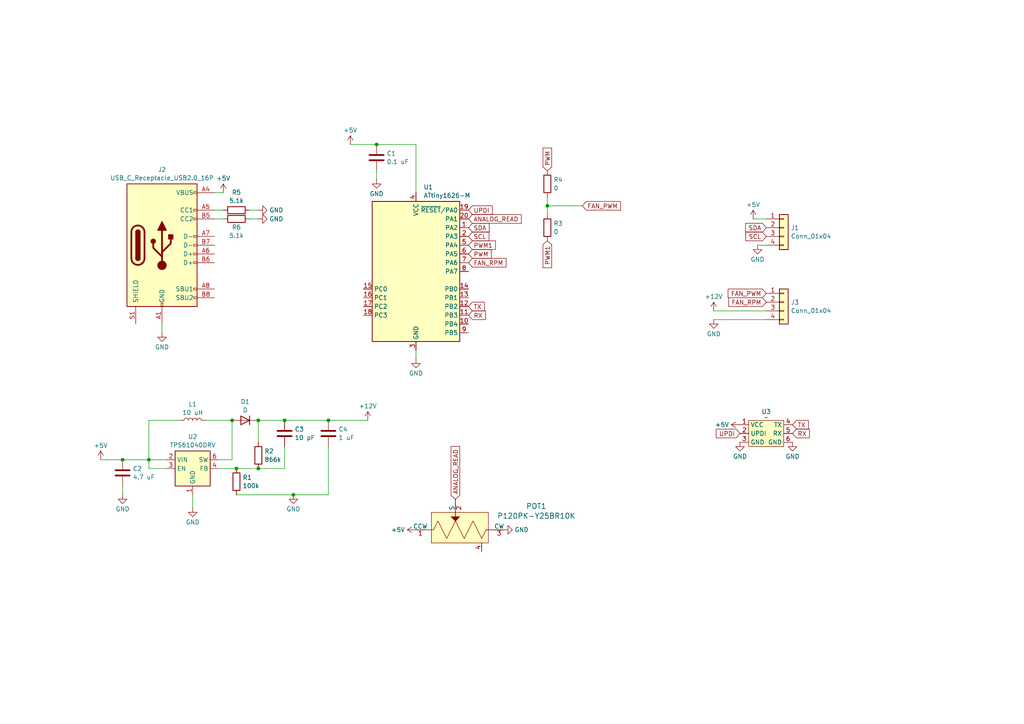
<source format=kicad_sch>
(kicad_sch (version 20231120) (generator "eeschema") (generator_version "8.0")
  (paper "A4")
  (lib_symbols
    (symbol "Connector:USB_C_Receptacle_USB2.0_16P" (pin_names (offset 1.016))
      (property "Reference" "J" (at 0 22.225 0))
      (property "Value" "USB_C_Receptacle_USB2.0_16P" (at 0 19.685 0))
      (symbol "USB_C_Receptacle_USB2.0_16P_0_0"
        (rectangle (start -0.254 -17.78) (end 0.254 -16.764))
        (rectangle (start 10.16 -14.986) (end 9.144 -15.494))
        (rectangle (start 10.16 -12.446) (end 9.144 -12.954))
        (rectangle (start 10.16 -4.826) (end 9.144 -5.334))
        (rectangle (start 10.16 -2.286) (end 9.144 -2.794))
        (rectangle (start 10.16 0.254) (end 9.144 -0.254))
        (rectangle (start 10.16 2.794) (end 9.144 2.286))
        (rectangle (start 10.16 7.874) (end 9.144 7.366))
        (rectangle (start 10.16 10.414) (end 9.144 9.906))
        (rectangle (start 10.16 15.494) (end 9.144 14.986))
      )
      (symbol "USB_C_Receptacle_USB2.0_16P_0_1"
        (rectangle (start -10.16 17.78) (end 10.16 -17.78) (stroke (width 0.254)) (fill (type background)))
        (arc (start -8.89 -3.81) (mid -6.985 -5.7067) (end -5.08 -3.81) (stroke (width 0.508)))
        (arc (start -7.62 -3.81) (mid -6.985 -4.4423) (end -6.35 -3.81) (stroke (width 0.254)))
        (arc (start -7.62 -3.81) (mid -6.985 -4.4423) (end -6.35 -3.81) (stroke (width 0.254)) (fill (type outline)))
        (rectangle (start -7.62 -3.81) (end -6.35 3.81) (stroke (width 0.254)) (fill (type outline)))
        (arc (start -6.35 3.81) (mid -6.985 4.4423) (end -7.62 3.81) (stroke (width 0.254)))
        (arc (start -6.35 3.81) (mid -6.985 4.4423) (end -7.62 3.81) (stroke (width 0.254)) (fill (type outline)))
        (arc (start -5.08 3.81) (mid -6.985 5.7067) (end -8.89 3.81) (stroke (width 0.508)))
        (circle (center -2.54 1.143) (radius 0.635) (stroke (width 0.254)) (fill (type outline)))
        (circle (center 0 -5.842) (radius 1.27) (fill (type outline)))
        (polyline (pts (xy -8.89 -3.81) (xy -8.89 3.81)) (stroke (width 0.508)))
        (polyline (pts (xy -5.08 3.81) (xy -5.08 -3.81)) (stroke (width 0.508)))
        (polyline (pts (xy 0 -5.842) (xy 0 4.318)) (stroke (width 0.508)))
        (polyline (pts (xy 0 -3.302) (xy -2.54 -0.762) (xy -2.54 0.508)) (stroke (width 0.508)))
        (polyline (pts (xy 0 -2.032) (xy 2.54 0.508) (xy 2.54 1.778)) (stroke (width 0.508)))
        (polyline (pts (xy -1.27 4.318) (xy 0 6.858) (xy 1.27 4.318) (xy -1.27 4.318)) (stroke (width 0.254)) (fill (type outline)))
        (rectangle (start 1.905 1.778) (end 3.175 3.048) (stroke (width 0.254)) (fill (type outline)))
      )
      (symbol "USB_C_Receptacle_USB2.0_16P_1_1"
        (pin passive line (at 0 -22.86 90) (length 5.08) (name "GND") (number "A1"))
        (pin passive line (at 0 -22.86 90) (length 5.08) hide (name "GND") (number "A12"))
        (pin passive line (at 15.24 15.24 180) (length 5.08) (name "VBUS") (number "A4"))
        (pin bidirectional line (at 15.24 10.16 180) (length 5.08) (name "CC1") (number "A5"))
        (pin bidirectional line (at 15.24 -2.54 180) (length 5.08) (name "D+") (number "A6"))
        (pin bidirectional line (at 15.24 2.54 180) (length 5.08) (name "D-") (number "A7"))
        (pin bidirectional line (at 15.24 -12.7 180) (length 5.08) (name "SBU1") (number "A8"))
        (pin passive line (at 15.24 15.24 180) (length 5.08) hide (name "VBUS") (number "A9"))
        (pin passive line (at 0 -22.86 90) (length 5.08) hide (name "GND") (number "B1"))
        (pin passive line (at 0 -22.86 90) (length 5.08) hide (name "GND") (number "B12"))
        (pin passive line (at 15.24 15.24 180) (length 5.08) hide (name "VBUS") (number "B4"))
        (pin bidirectional line (at 15.24 7.62 180) (length 5.08) (name "CC2") (number "B5"))
        (pin bidirectional line (at 15.24 -5.08 180) (length 5.08) (name "D+") (number "B6"))
        (pin bidirectional line (at 15.24 0 180) (length 5.08) (name "D-") (number "B7"))
        (pin bidirectional line (at 15.24 -15.24 180) (length 5.08) (name "SBU2") (number "B8"))
        (pin passive line (at 15.24 15.24 180) (length 5.08) hide (name "VBUS") (number "B9"))
        (pin passive line (at -7.62 -22.86 90) (length 5.08) (name "SHIELD") (number "S1"))
      )
    )
    (symbol "Connector_Generic:Conn_01x04" (pin_names (offset 1.016) hide)
      (property "Reference" "J" (at 0 5.08 0))
      (property "Value" "Conn_01x04" (at 0 -7.62 0))
      (symbol "Conn_01x04_1_1"
        (rectangle (start -1.27 -4.953) (end 0 -5.207) (stroke (width 0.1524)))
        (rectangle (start -1.27 -2.413) (end 0 -2.667) (stroke (width 0.1524)))
        (rectangle (start -1.27 0.127) (end 0 -0.127) (stroke (width 0.1524)))
        (rectangle (start -1.27 2.667) (end 0 2.413) (stroke (width 0.1524)))
        (rectangle (start -1.27 3.81) (end 1.27 -6.35) (stroke (width 0.254)) (fill (type background)))
        (pin passive line (at -5.08 2.54 0) (length 3.81) (name "Pin_1") (number "1"))
        (pin passive line (at -5.08 0 0) (length 3.81) (name "Pin_2") (number "2"))
        (pin passive line (at -5.08 -2.54 0) (length 3.81) (name "Pin_3") (number "3"))
        (pin passive line (at -5.08 -5.08 0) (length 3.81) (name "Pin_4") (number "4"))
      )
    )
    (symbol "Device:C" (pin_numbers hide) (pin_names (offset 0.254))
      (property "Reference" "C" (at 0.635 2.54 0))
      (property "Value" "C" (at 0.635 -2.54 0))
      (symbol "C_0_1"
        (polyline (pts (xy -2.032 -0.762) (xy 2.032 -0.762)) (stroke (width 0.508)))
        (polyline (pts (xy -2.032 0.762) (xy 2.032 0.762)) (stroke (width 0.508)))
      )
      (symbol "C_1_1"
        (pin passive line (at 0 3.81 270) (length 2.794) (name "~") (number "1"))
        (pin passive line (at 0 -3.81 90) (length 2.794) (name "~") (number "2"))
      )
    )
    (symbol "Device:D" (pin_numbers hide) (pin_names (offset 1.016) hide)
      (property "Reference" "D" (at 0 2.54 0))
      (property "Value" "D" (at 0 -2.54 0))
      (symbol "D_0_1"
        (polyline (pts (xy -1.27 1.27) (xy -1.27 -1.27)) (stroke (width 0.254)))
        (polyline (pts (xy 1.27 0) (xy -1.27 0)))
        (polyline (pts (xy 1.27 1.27) (xy 1.27 -1.27) (xy -1.27 0) (xy 1.27 1.27)) (stroke (width 0.254)))
      )
      (symbol "D_1_1"
        (pin passive line (at -3.81 0 0) (length 2.54) (name "K") (number "1"))
        (pin passive line (at 3.81 0 180) (length 2.54) (name "A") (number "2"))
      )
    )
    (symbol "Device:L" (pin_numbers hide) (pin_names (offset 1.016) hide)
      (property "Reference" "L" (at -1.27 0 90))
      (property "Value" "L" (at 1.905 0 90))
      (symbol "L_0_1"
        (arc (start 0 -2.54) (mid 0.6323 -1.905) (end 0 -1.27))
        (arc (start 0 -1.27) (mid 0.6323 -0.635) (end 0 0))
        (arc (start 0 0) (mid 0.6323 0.635) (end 0 1.27))
        (arc (start 0 1.27) (mid 0.6323 1.905) (end 0 2.54))
      )
      (symbol "L_1_1"
        (pin passive line (at 0 3.81 270) (length 1.27) (name "1") (number "1"))
        (pin passive line (at 0 -3.81 90) (length 1.27) (name "2") (number "2"))
      )
    )
    (symbol "Device:R" (pin_numbers hide) (pin_names (offset 0))
      (property "Reference" "R" (at 2.032 0 90))
      (property "Value" "R" (at 0 0 90))
      (symbol "R_0_1"
        (rectangle (start -1.016 -2.54) (end 1.016 2.54) (stroke (width 0.254)))
      )
      (symbol "R_1_1"
        (pin passive line (at 0 3.81 270) (length 1.27) (name "~") (number "1"))
        (pin passive line (at 0 -3.81 90) (length 1.27) (name "~") (number "2"))
      )
    )
    (symbol "MCU_Microchip_ATtiny:ATtiny1626-M"
      (property "Reference" "U" (at -12.7 21.59 0))
      (property "Value" "ATtiny1626-M" (at 2.54 -21.59 0))
      (symbol "ATtiny1626-M_0_1"
        (rectangle (start -12.7 -20.32) (end 12.7 20.32) (stroke (width 0.254)) (fill (type background)))
      )
      (symbol "ATtiny1626-M_1_1"
        (pin bidirectional line (at 15.24 12.7 180) (length 2.54) (name "PA2") (number "1"))
        (pin bidirectional line (at 15.24 -15.24 180) (length 2.54) (name "PB4") (number "10"))
        (pin bidirectional line (at 15.24 -12.7 180) (length 2.54) (name "PB3") (number "11"))
        (pin bidirectional line (at 15.24 -10.16 180) (length 2.54) (name "PB2") (number "12"))
        (pin bidirectional line (at 15.24 -7.62 180) (length 2.54) (name "PB1") (number "13"))
        (pin bidirectional line (at 15.24 -5.08 180) (length 2.54) (name "PB0") (number "14"))
        (pin bidirectional line (at -15.24 -5.08 0) (length 2.54) (name "PC0") (number "15"))
        (pin bidirectional line (at -15.24 -7.62 0) (length 2.54) (name "PC1") (number "16"))
        (pin bidirectional line (at -15.24 -10.16 0) (length 2.54) (name "PC2") (number "17"))
        (pin bidirectional line (at -15.24 -12.7 0) (length 2.54) (name "PC3") (number "18"))
        (pin bidirectional line (at 15.24 17.78 180) (length 2.54) (name "~{RESET}/PA0") (number "19"))
        (pin bidirectional line (at 15.24 10.16 180) (length 2.54) (name "PA3") (number "2"))
        (pin bidirectional line (at 15.24 15.24 180) (length 2.54) (name "PA1") (number "20"))
        (pin passive line (at 0 -22.86 90) (length 2.54) hide (name "GND") (number "21"))
        (pin power_in line (at 0 -22.86 90) (length 2.54) (name "GND") (number "3"))
        (pin power_in line (at 0 22.86 270) (length 2.54) (name "VCC") (number "4"))
        (pin bidirectional line (at 15.24 7.62 180) (length 2.54) (name "PA4") (number "5"))
        (pin bidirectional line (at 15.24 5.08 180) (length 2.54) (name "PA5") (number "6"))
        (pin bidirectional line (at 15.24 2.54 180) (length 2.54) (name "PA6") (number "7"))
        (pin bidirectional line (at 15.24 0 180) (length 2.54) (name "PA7") (number "8"))
        (pin bidirectional line (at 15.24 -17.78 180) (length 2.54) (name "PB5") (number "9"))
      )
    )
    (symbol "Regulator_Switching:TPS61040DRV"
      (property "Reference" "U" (at -5.08 6.35 0))
      (property "Value" "TPS61040DRV" (at 0 6.35 0))
      (symbol "TPS61040DRV_0_1"
        (rectangle (start -5.08 5.08) (end 5.08 -5.08) (stroke (width 0.254)) (fill (type background)))
      )
      (symbol "TPS61040DRV_1_1"
        (pin power_in line (at 0 -7.62 90) (length 2.54) (name "GND") (number "1"))
        (pin power_in line (at -7.62 2.54 0) (length 2.54) (name "VIN") (number "2"))
        (pin input line (at -7.62 0 0) (length 2.54) (name "EN") (number "3"))
        (pin input line (at 7.62 0 180) (length 2.54) (name "FB") (number "4"))
        (pin no_connect line (at 5.08 -2.54 180) (length 2.54) hide (name "NC") (number "5"))
        (pin power_out line (at 7.62 2.54 180) (length 2.54) (name "SW") (number "6"))
      )
    )
    (symbol "dk_Rotary-Potentiometers-Rheostats:P120PK-Y25BR10K" (pin_names (offset 0))
      (property "Reference" "POT" (at -1.905 6.35 0))
      (property "Value" "P120PK-Y25BR10K" (at 6.985 -5.08 0))
      (symbol "P120PK-Y25BR10K_0_1"
        (rectangle (start -6.985 5.08) (end 9.525 -3.81) (fill (type background)))
        (polyline (pts (xy -6.35 0) (xy -8.89 0)))
        (polyline (pts (xy 11.43 0) (xy 8.89 0)))
        (polyline (pts (xy -0.635 3.175) (xy -1.27 3.81) (xy 1.27 3.81) (xy 0 2.54)) (fill (type outline)))
        (polyline (pts (xy 0 2.54) (xy -0.635 3.175) (xy 0.635 3.175) (xy 0 2.54)))
        (polyline (pts (xy -6.3246 0.0254) (xy -5.0546 2.5654) (xy -2.5146 -2.5146) (xy -1.2446 0.0254) (xy 0.0254 2.5654) (xy 2.5654 -2.5146) (xy 5.1054 2.5654) (xy 7.6454 -2.5146) (xy 8.9154 0.0254) (xy 11.4554 0.0254)))
      )
      (symbol "P120PK-Y25BR10K_1_0"
        (pin unspecified line (at 7.62 -6.35 90) (length 2.54) (name "~") (number "4"))
      )
      (symbol "P120PK-Y25BR10K_1_1"
        (pin passive line (at -11.43 0 0) (length 2.54) (name "CCW") (number "1"))
        (pin passive line (at 0 8.89 270) (length 5.08) (name "S") (number "2"))
        (pin passive line (at 13.97 0 180) (length 2.54) (name "CW") (number "3"))
      )
    )
    (symbol "power:+12V" (power) (pin_numbers hide) (pin_names (offset 0) hide)
      (property "Value" "+12V" (at 0 3.556 0))
      (symbol "+12V_0_1"
        (polyline (pts (xy -0.762 1.27) (xy 0 2.54)))
        (polyline (pts (xy 0 0) (xy 0 2.54)))
        (polyline (pts (xy 0 2.54) (xy 0.762 1.27)))
      )
      (symbol "+12V_1_1"
        (pin power_in line (at 0 0 90) (length 0) (name "~") (number "1"))
      )
    )
    (symbol "power:+5V" (power) (pin_numbers hide) (pin_names (offset 0) hide)
      (property "Value" "+5V" (at 0 3.556 0))
      (symbol "+5V_0_1"
        (polyline (pts (xy -0.762 1.27) (xy 0 2.54)))
        (polyline (pts (xy 0 0) (xy 0 2.54)))
        (polyline (pts (xy 0 2.54) (xy 0.762 1.27)))
      )
      (symbol "+5V_1_1"
        (pin power_in line (at 0 0 90) (length 0) (name "~") (number "1"))
      )
    )
    (symbol "power:GND" (power) (pin_numbers hide) (pin_names (offset 0) hide)
      (property "Value" "GND" (at 0 -3.81 0))
      (symbol "GND_0_1"
        (polyline (pts (xy 0 0) (xy 0 -1.27) (xy 1.27 -1.27) (xy 0 -2.54) (xy -1.27 -1.27) (xy 0 -1.27)))
      )
      (symbol "GND_1_1"
        (pin power_in line (at 0 0 270) (length 0) (name "~") (number "1"))
      )
    )
    (symbol "unsurv_offline_pcb_symbols:testpoint_array_2x3"
      (property "Reference" "U" (at 0 5.842 0))
      (symbol "testpoint_array_2x3_1_1"
        (rectangle (start -5.08 3.81) (end 5.08 -3.81) (fill (type background)))
        (pin input line (at -7.62 2.54 0) (length 2.54) (name "VCC") (number "1"))
        (pin input line (at -7.62 0 0) (length 2.54) (name "UPDI") (number "2"))
        (pin input line (at -7.62 -2.54 0) (length 2.54) (name "GND") (number "3"))
        (pin input line (at 7.62 2.54 180) (length 2.54) (name "TX") (number "4"))
        (pin input line (at 7.62 0 180) (length 2.54) (name "RX") (number "5"))
        (pin input line (at 7.62 -2.54 180) (length 2.54) (name "GND") (number "6"))
      )
    )
  )
  (junction (at 68.58 135.89))
  (junction (at 74.93 135.89))
  (junction (at 74.93 121.92))
  (junction (at 95.25 121.92))
  (junction (at 109.22 41.91))
  (junction (at 82.55 121.92))
  (junction (at 43.18 133.35))
  (junction (at 35.56 133.35))
  (junction (at 158.75 59.69))
  (junction (at 85.09 143.51))
  (junction (at 67.31 121.92))
  (wire (pts (xy 67.31 121.92) (xy 59.69 121.92)))
  (wire (pts (xy 158.75 59.69) (xy 168.91 59.69)))
  (wire (pts (xy 74.93 121.92) (xy 82.55 121.92)))
  (wire (pts (xy 82.55 129.54) (xy 82.55 135.89)))
  (wire (pts (xy 35.56 140.97) (xy 35.56 143.51)))
  (wire (pts (xy 68.58 143.51) (xy 85.09 143.51)))
  (wire (pts (xy 29.21 133.35) (xy 35.56 133.35)))
  (wire (pts (xy 35.56 133.35) (xy 43.18 133.35)))
  (wire (pts (xy 109.22 41.91) (xy 120.65 41.91)))
  (wire (pts (xy 63.5 135.89) (xy 68.58 135.89)))
  (wire (pts (xy 43.18 135.89) (xy 43.18 133.35)))
  (wire (pts (xy 62.23 63.5) (xy 64.77 63.5)))
  (wire (pts (xy 43.18 133.35) (xy 48.26 133.35)))
  (wire (pts (xy 207.01 90.17) (xy 222.25 90.17)))
  (wire (pts (xy 109.22 49.53) (xy 109.22 52.07)))
  (wire (pts (xy 120.65 41.91) (xy 120.65 55.88)))
  (wire (pts (xy 48.26 135.89) (xy 43.18 135.89)))
  (wire (pts (xy 63.5 133.35) (xy 67.31 133.35)))
  (wire (pts (xy 62.23 60.96) (xy 64.77 60.96)))
  (wire (pts (xy 72.39 63.5) (xy 74.93 63.5)))
  (wire (pts (xy 43.18 133.35) (xy 43.18 121.92)))
  (wire (pts (xy 207.01 92.71) (xy 222.25 92.71)))
  (wire (pts (xy 62.23 55.88) (xy 64.77 55.88)))
  (wire (pts (xy 82.55 135.89) (xy 74.93 135.89)))
  (wire (pts (xy 72.39 60.96) (xy 74.93 60.96)))
  (wire (pts (xy 46.99 93.98) (xy 46.99 96.52)))
  (wire (pts (xy 218.44 63.5) (xy 222.25 63.5)))
  (wire (pts (xy 101.6 41.91) (xy 109.22 41.91)))
  (wire (pts (xy 74.93 121.92) (xy 74.93 128.27)))
  (wire (pts (xy 120.65 101.6) (xy 120.65 104.14)))
  (wire (pts (xy 67.31 133.35) (xy 67.31 121.92)))
  (wire (pts (xy 43.18 121.92) (xy 52.07 121.92)))
  (wire (pts (xy 158.75 57.15) (xy 158.75 59.69)))
  (wire (pts (xy 95.25 143.51) (xy 85.09 143.51)))
  (wire (pts (xy 68.58 135.89) (xy 74.93 135.89)))
  (wire (pts (xy 95.25 129.54) (xy 95.25 143.51)))
  (wire (pts (xy 55.88 143.51) (xy 55.88 147.32)))
  (wire (pts (xy 219.71 71.12) (xy 222.25 71.12)))
  (wire (pts (xy 95.25 121.92) (xy 106.68 121.92)))
  (wire (pts (xy 158.75 59.69) (xy 158.75 62.23)))
  (wire (pts (xy 82.55 121.92) (xy 95.25 121.92)))
  (global_label "SCL" (shape input) (at 222.25 68.58 180) (property "Intersheetrefs" "${INTERSHEET_REFS}" (effects (hide yes))))
  (global_label "SCL" (shape input) (at 135.89 68.58 0) (property "Intersheetrefs" "${INTERSHEET_REFS}" (effects (hide yes))))
  (global_label "TX" (shape input) (at 135.89 88.9 0) (property "Intersheetrefs" "${INTERSHEET_REFS}" (effects (hide yes))))
  (global_label "PWM1" (shape input) (at 135.89 71.12 0) (property "Intersheetrefs" "${INTERSHEET_REFS}" (effects (hide yes))))
  (global_label "FAN_RPM" (shape input) (at 222.25 87.63 180) (property "Intersheetrefs" "${INTERSHEET_REFS}" (effects (hide yes))))
  (global_label "UPDI" (shape input) (at 135.89 60.96 0) (property "Intersheetrefs" "${INTERSHEET_REFS}" (effects (hide yes))))
  (global_label "ANALOG_READ" (shape input) (at 132.08 144.78 90) (property "Intersheetrefs" "${INTERSHEET_REFS}" (effects (hide yes))))
  (global_label "RX" (shape input) (at 135.89 91.44 0) (property "Intersheetrefs" "${INTERSHEET_REFS}" (effects (hide yes))))
  (global_label "TX" (shape input) (at 229.87 123.19 0) (property "Intersheetrefs" "${INTERSHEET_REFS}" (effects (hide yes))))
  (global_label "FAN_PWM" (shape input) (at 222.25 85.09 180) (property "Intersheetrefs" "${INTERSHEET_REFS}" (effects (hide yes))))
  (global_label "FAN_PWM" (shape input) (at 168.91 59.69 0) (property "Intersheetrefs" "${INTERSHEET_REFS}" (effects (hide yes))))
  (global_label "SDA" (shape input) (at 135.89 66.04 0) (property "Intersheetrefs" "${INTERSHEET_REFS}" (effects (hide yes))))
  (global_label "PWM" (shape input) (at 135.89 73.66 0) (property "Intersheetrefs" "${INTERSHEET_REFS}" (effects (hide yes))))
  (global_label "UPDI" (shape input) (at 214.63 125.73 180) (property "Intersheetrefs" "${INTERSHEET_REFS}" (effects (hide yes))))
  (global_label "PWM" (shape input) (at 158.75 49.53 90) (property "Intersheetrefs" "${INTERSHEET_REFS}" (effects (hide yes))))
  (global_label "PWM1" (shape input) (at 158.75 69.85 270) (property "Intersheetrefs" "${INTERSHEET_REFS}" (effects (hide yes))))
  (global_label "SDA" (shape input) (at 222.25 66.04 180) (property "Intersheetrefs" "${INTERSHEET_REFS}" (effects (hide yes))))
  (global_label "ANALOG_READ" (shape input) (at 135.89 63.5 0) (property "Intersheetrefs" "${INTERSHEET_REFS}" (effects (hide yes))))
  (global_label "FAN_RPM" (shape input) (at 135.89 76.2 0) (property "Intersheetrefs" "${INTERSHEET_REFS}" (effects (hide yes))))
  (global_label "RX" (shape input) (at 229.87 125.73 0) (property "Intersheetrefs" "${INTERSHEET_REFS}" (effects (hide yes))))
  (symbol (lib_id "power:GND") (at 46.99 96.52 0) (unit 1)
    (property "Reference" "#PWR010" (effects (hide yes)))
    (property "Value" "GND" (at 46.99 100.6531 0))
    (property "Description" "Power symbol creates a global label with name \"GND\" , ground" (effects (hide yes)))
  )
  (symbol (lib_id "power:+12V") (at 207.01 90.17 0) (unit 1)
    (property "Reference" "#PWR015" (effects (hide yes)))
    (property "Value" "+12V" (at 207.01 86.0369 0))
    (property "Description" "Power symbol creates a global label with name \"+12V\"" (effects (hide yes)))
  )
  (symbol (lib_id "Device:C") (at 109.22 45.72 0) (unit 1)
    (property "Reference" "C1" (at 112.141 44.5078 0) (effects (justify left)))
    (property "Value" "0.1 uF" (at 112.141 46.9321 0) (effects (justify left)))
    (property "Footprint" "Capacitor_SMD:C_0603_1608Metric" (effects (hide yes)))
    (property "Description" "Unpolarized capacitor" (effects (hide yes)))
  )
  (symbol (lib_id "power:GND") (at 219.71 71.12 0) (unit 1)
    (property "Reference" "#PWR020" (effects (hide yes)))
    (property "Value" "GND" (at 219.71 75.2531 0))
    (property "Description" "Power symbol creates a global label with name \"GND\" , ground" (effects (hide yes)))
  )
  (symbol (lib_id "power:+5V") (at 64.77 55.88 0) (unit 1)
    (property "Reference" "#PWR021" (effects (hide yes)))
    (property "Value" "+5V" (at 64.77 51.7469 0))
    (property "Description" "Power symbol creates a global label with name \"+5V\"" (effects (hide yes)))
  )
  (symbol (lib_id "power:GND") (at 55.88 147.32 0) (unit 1)
    (property "Reference" "#PWR05" (effects (hide yes)))
    (property "Value" "GND" (at 55.88 151.4531 0))
    (property "Description" "Power symbol creates a global label with name \"GND\" , ground" (effects (hide yes)))
  )
  (symbol (lib_id "Device:R") (at 158.75 53.34 180) (unit 1)
    (property "Reference" "R4" (at 160.528 52.1278 0) (effects (justify right)))
    (property "Value" "0" (at 160.528 54.5521 0) (effects (justify right)))
    (property "Footprint" "Resistor_SMD:R_0603_1608Metric" (effects (hide yes)))
    (property "Description" "Resistor" (effects (hide yes)))
  )
  (symbol (lib_id "power:GND") (at 35.56 143.51 0) (unit 1)
    (property "Reference" "#PWR016" (effects (hide yes)))
    (property "Value" "GND" (at 35.56 147.6431 0))
    (property "Description" "Power symbol creates a global label with name \"GND\" , ground" (effects (hide yes)))
  )
  (symbol (lib_id "power:+5V") (at 120.65 153.67 90) (unit 1)
    (property "Reference" "#PWR012" (effects (hide yes)))
    (property "Value" "+5V" (at 117.4751 153.67 90) (effects (justify left)))
    (property "Description" "Power symbol creates a global label with name \"+5V\"" (effects (hide yes)))
  )
  (symbol (lib_id "power:+12V") (at 106.68 121.92 0) (unit 1)
    (property "Reference" "#PWR018" (effects (hide yes)))
    (property "Value" "+12V" (at 106.68 117.7869 0))
    (property "Description" "Power symbol creates a global label with name \"+12V\"" (effects (hide yes)))
  )
  (symbol (lib_id "power:GND") (at 109.22 52.07 0) (unit 1)
    (property "Reference" "#PWR01" (effects (hide yes)))
    (property "Value" "GND" (at 109.22 56.2031 0))
    (property "Description" "Power symbol creates a global label with name \"GND\" , ground" (effects (hide yes)))
  )
  (symbol (lib_id "power:GND") (at 74.93 63.5 90) (unit 1)
    (property "Reference" "#PWR014" (effects (hide yes)))
    (property "Value" "GND" (at 78.105 63.5 90) (effects (justify right)))
    (property "Description" "Power symbol creates a global label with name \"GND\" , ground" (effects (hide yes)))
  )
  (symbol (lib_id "Connector:USB_C_Receptacle_USB2.0_16P") (at 46.99 71.12 0) (unit 1)
    (property "Reference" "J2" (at 46.99 49.1955 0))
    (property "Value" "USB_C_Receptacle_USB2.0_16P" (at 46.99 51.6198 0))
    (property "Footprint" "Connector_USB:USB_C_Receptacle_GCT_USB4110" (effects (hide yes)))
    (property "Datasheet" "https://www.usb.org/sites/default/files/documents/usb_type-c.zip" (effects (hide yes)))
    (property "Description" "USB 2.0-only 16P Type-C Receptacle connector" (effects (hide yes)))
  )
  (symbol (lib_id "power:+5V") (at 214.63 123.19 90) (unit 1)
    (property "Reference" "#PWR019" (effects (hide yes)))
    (property "Value" "+5V" (at 211.4551 123.19 90) (effects (justify left)))
    (property "Description" "Power symbol creates a global label with name \"+5V\"" (effects (hide yes)))
  )
  (symbol (lib_id "power:+5V") (at 29.21 133.35 0) (unit 1)
    (property "Reference" "#PWR02" (effects (hide yes)))
    (property "Value" "+5V" (at 29.21 129.2169 0))
    (property "Description" "Power symbol creates a global label with name \"+5V\"" (effects (hide yes)))
  )
  (symbol (lib_id "power:GND") (at 229.87 128.27 0) (unit 1)
    (property "Reference" "#PWR023" (effects (hide yes)))
    (property "Value" "GND" (at 229.87 132.4031 0))
    (property "Description" "Power symbol creates a global label with name \"GND\" , ground" (effects (hide yes)))
  )
  (symbol (lib_id "power:GND") (at 85.09 143.51 0) (unit 1)
    (property "Reference" "#PWR017" (effects (hide yes)))
    (property "Value" "GND" (at 85.09 147.6431 0))
    (property "Description" "Power symbol creates a global label with name \"GND\" , ground" (effects (hide yes)))
  )
  (symbol (lib_id "power:GND") (at 120.65 104.14 0) (unit 1)
    (property "Reference" "#PWR03" (effects (hide yes)))
    (property "Value" "GND" (at 120.65 108.2731 0))
    (property "Description" "Power symbol creates a global label with name \"GND\" , ground" (effects (hide yes)))
  )
  (symbol (lib_id "unsurv_offline_pcb_symbols:testpoint_array_2x3") (at 222.25 125.73 0) (unit 1)
    (property "Reference" "U3" (at 222.25 119.3885 0))
    (property "Value" "~" (at 222.25 121.0699 0))
    (property "Footprint" "unsurv_offline_pcb_footprints:testpoint_array_2x3" (effects (hide yes)))
  )
  (symbol (lib_id "power:GND") (at 214.63 128.27 0) (unit 1)
    (property "Reference" "#PWR06" (effects (hide yes)))
    (property "Value" "GND" (at 214.63 132.4031 0))
    (property "Description" "Power symbol creates a global label with name \"GND\" , ground" (effects (hide yes)))
  )
  (symbol (lib_id "Device:C") (at 35.56 137.16 0) (unit 1)
    (property "Reference" "C2" (at 38.481 135.9478 0) (effects (justify left)))
    (property "Value" "4.7 uF" (at 38.481 138.3721 0) (effects (justify left)))
    (property "Footprint" "Capacitor_SMD:C_0603_1608Metric" (effects (hide yes)))
    (property "Description" "Unpolarized capacitor" (effects (hide yes)))
  )
  (symbol (lib_id "Device:R") (at 74.93 132.08 180) (unit 1)
    (property "Reference" "R2" (at 76.708 130.8678 0) (effects (justify right)))
    (property "Value" "866k" (at 76.708 133.2921 0) (effects (justify right)))
    (property "Footprint" "Resistor_SMD:R_0603_1608Metric" (effects (hide yes)))
    (property "Description" "Resistor" (effects (hide yes)))
  )
  (symbol (lib_id "Device:R") (at 68.58 139.7 180) (unit 1)
    (property "Reference" "R1" (at 70.358 138.4878 0) (effects (justify right)))
    (property "Value" "100k" (at 70.358 140.9121 0) (effects (justify right)))
    (property "Footprint" "Resistor_SMD:R_0603_1608Metric" (effects (hide yes)))
    (property "Description" "Resistor" (effects (hide yes)))
  )
  (symbol (lib_id "MCU_Microchip_ATtiny:ATtiny1626-M") (at 120.65 78.74 0) (unit 1)
    (property "Reference" "U1" (at 122.8441 54.2755 0) (effects (justify left)))
    (property "Value" "ATtiny1626-M" (at 122.8441 56.6998 0) (effects (justify left)))
    (property "Footprint" "Package_DFN_QFN:VQFN-20-1EP_3x3mm_P0.4mm_EP1.7x1.7mm" (effects (hide yes)))
    (property "Datasheet" "https://ww1.microchip.com/downloads/en/DeviceDoc/ATtiny1624-26-27-DataSheet-DS40002234A.pdf" (effects (hide yes)))
    (property "Description" "20MHz, 16kB Flash, 2kB SRAM, 256B EEPROM, VQFN-20" (effects (hide yes)))
  )
  (symbol (lib_id "dk_Rotary-Potentiometers-Rheostats:P120PK-Y25BR10K") (at 132.08 153.67 0) (unit 1)
    (property "Reference" "POT1" (at 155.5523 146.8105 0) (effects (font (size 1.524 1.524))))
    (property "Value" "P120PK-Y25BR10K" (at 155.5523 149.6434 0) (effects (font (size 1.524 1.524))))
    (property "Footprint" "digikey-footprints:Potentiometer_P120PK-Y25BR10K" (effects (hide yes)))
    (property "Datasheet" "https://www.ttelectronics.com/TTElectronics/media/ProductFiles/Potentiometers/Datasheets/P120.pdf" (effects (hide yes)))
    (property "Description" "POT 10K OHM 1/20W PLASTIC LINEAR" (effects (hide yes)))
    (property "Digi-Key_PN" "987-1710-ND" (effects (hide yes)))
    (property "MPN" "P120PK-Y25BR10K" (effects (hide yes)))
    (property "Category" "Potentiometers, Variable Resistors" (effects (hide yes)))
    (property "Family" "Rotary Potentiometers, Rheostats" (effects (hide yes)))
    (property "DK_Datasheet_Link" "https://www.ttelectronics.com/TTElectronics/media/ProductFiles/Potentiometers/Datasheets/P120.pdf" (effects (hide yes)))
    (property "DK_Detail_Page" "/product-detail/en/tt-electronics-bi/P120PK-Y25BR10K/987-1710-ND/5957454" (effects (hide yes)))
    (property "Description_1" "POT 10K OHM 1/20W PLASTIC LINEAR" (effects (hide yes)))
    (property "Manufacturer" "TT Electronics/BI" (effects (hide yes)))
    (property "Status" "Active" (effects (hide yes)))
  )
  (symbol (lib_id "power:GND") (at 146.05 153.67 90) (unit 1)
    (property "Reference" "#PWR011" (effects (hide yes)))
    (property "Value" "GND" (at 149.225 153.67 90) (effects (justify right)))
    (property "Description" "Power symbol creates a global label with name \"GND\" , ground" (effects (hide yes)))
  )
  (symbol (lib_id "Device:L") (at 55.88 121.92 90) (unit 1)
    (property "Reference" "L1" (at 55.88 117.2702 90))
    (property "Value" "10 uH" (at 55.88 119.6945 90))
    (property "Footprint" "unsurv_offline_pcb_footprints:CR32" (effects (hide yes)))
    (property "Description" "Inductor" (effects (hide yes)))
  )
  (symbol (lib_id "Regulator_Switching:TPS61040DRV") (at 55.88 135.89 0) (unit 1)
    (property "Reference" "U2" (at 55.88 126.6655 0))
    (property "Value" "TPS61040DRV" (at 55.88 129.0898 0))
    (property "Footprint" "Package_SON:WSON-6-1EP_2x2mm_P0.65mm_EP1x1.6mm" (effects (hide yes)))
    (property "Datasheet" "https://www.ti.com/lit/ds/symlink/tps61040.pdf" (effects (hide yes)))
    (property "Description" "Synchronous Boost Regulator, Adjustable Output up to 28V, 400 mA Switch Current Limit, WSON-6" (effects (hide yes)))
  )
  (symbol (lib_id "power:GND") (at 74.93 60.96 90) (unit 1)
    (property "Reference" "#PWR013" (effects (hide yes)))
    (property "Value" "GND" (at 78.105 60.96 90) (effects (justify right)))
    (property "Description" "Power symbol creates a global label with name \"GND\" , ground" (effects (hide yes)))
  )
  (symbol (lib_id "Device:R") (at 158.75 66.04 180) (unit 1)
    (property "Reference" "R3" (at 160.528 64.8278 0) (effects (justify right)))
    (property "Value" "0" (at 160.528 67.2521 0) (effects (justify right)))
    (property "Footprint" "Resistor_SMD:R_0603_1608Metric" (effects (hide yes)))
    (property "Description" "Resistor" (effects (hide yes)))
  )
  (symbol (lib_id "Connector_Generic:Conn_01x04") (at 227.33 66.04 0) (unit 1)
    (property "Reference" "J1" (at 229.362 66.0978 0) (effects (justify left)))
    (property "Value" "Conn_01x04" (at 229.362 68.5221 0) (effects (justify left)))
    (property "Footprint" "Connector_PinHeader_2.54mm:PinHeader_1x04_P2.54mm_Vertical" (effects (hide yes)))
    (property "Description" "Generic connector, single row, 01x04, script generated (kicad-library-utils/schlib/autogen/connector/)" (effects (hide yes)))
  )
  (symbol (lib_id "power:+5V") (at 218.44 63.5 0) (unit 1)
    (property "Reference" "#PWR022" (effects (hide yes)))
    (property "Value" "+5V" (at 218.44 59.3669 0))
    (property "Description" "Power symbol creates a global label with name \"+5V\"" (effects (hide yes)))
  )
  (symbol (lib_id "Connector_Generic:Conn_01x04") (at 227.33 87.63 0) (unit 1)
    (property "Reference" "J3" (at 229.362 87.6878 0) (effects (justify left)))
    (property "Value" "Conn_01x04" (at 229.362 90.1121 0) (effects (justify left)))
    (property "Footprint" "Connector_PinHeader_2.54mm:PinHeader_1x04_P2.54mm_Vertical" (effects (hide yes)))
    (property "Description" "Generic connector, single row, 01x04, script generated (kicad-library-utils/schlib/autogen/connector/)" (effects (hide yes)))
  )
  (symbol (lib_id "Device:C") (at 82.55 125.73 0) (unit 1)
    (property "Reference" "C3" (at 85.471 124.5178 0) (effects (justify left)))
    (property "Value" "10 pF" (at 85.471 126.9421 0) (effects (justify left)))
    (property "Footprint" "Capacitor_SMD:C_0603_1608Metric" (effects (hide yes)))
    (property "Description" "Unpolarized capacitor" (effects (hide yes)))
  )
  (symbol (lib_id "Device:D") (at 71.12 121.92 180) (unit 1)
    (property "Reference" "D1" (at 71.12 116.5055 0))
    (property "Value" "D" (at 71.12 118.9298 0))
    (property "Footprint" "Diode_SMD:D_SOD-123" (effects (hide yes)))
    (property "Description" "Diode" (effects (hide yes)))
    (property "Sim.Device" "D" (effects (hide yes)))
    (property "Sim.Pins" "1=K 2=A" (effects (hide yes)))
  )
  (symbol (lib_id "Device:R") (at 68.58 63.5 90) (unit 1)
    (property "Reference" "R6" (at 68.58 65.9017 90))
    (property "Value" "5.1k" (at 68.58 68.326 90))
    (property "Footprint" "Resistor_SMD:R_0603_1608Metric" (effects (hide yes)))
    (property "Description" "Resistor" (effects (hide yes)))
  )
  (symbol (lib_id "power:GND") (at 207.01 92.71 0) (unit 1)
    (property "Reference" "#PWR07" (effects (hide yes)))
    (property "Value" "GND" (at 207.01 96.8431 0))
    (property "Description" "Power symbol creates a global label with name \"GND\" , ground" (effects (hide yes)))
  )
  (symbol (lib_id "Device:C") (at 95.25 125.73 0) (unit 1)
    (property "Reference" "C4" (at 98.171 124.5178 0) (effects (justify left)))
    (property "Value" "1 uF" (at 98.171 126.9421 0) (effects (justify left)))
    (property "Footprint" "Capacitor_SMD:C_0603_1608Metric" (effects (hide yes)))
    (property "Description" "Unpolarized capacitor" (effects (hide yes)))
  )
  (symbol (lib_id "power:+5V") (at 101.6 41.91 0) (unit 1)
    (property "Reference" "#PWR09" (effects (hide yes)))
    (property "Value" "+5V" (at 101.6 37.7769 0))
    (property "Description" "Power symbol creates a global label with name \"+5V\"" (effects (hide yes)))
  )
  (symbol (lib_id "Device:R") (at 68.58 60.96 90) (unit 1)
    (property "Reference" "R5" (at 68.58 55.7995 90))
    (property "Value" "5.1k" (at 68.58 58.2238 90))
    (property "Footprint" "Resistor_SMD:R_0603_1608Metric" (effects (hide yes)))
    (property "Description" "Resistor" (effects (hide yes)))
  )
)
</source>
